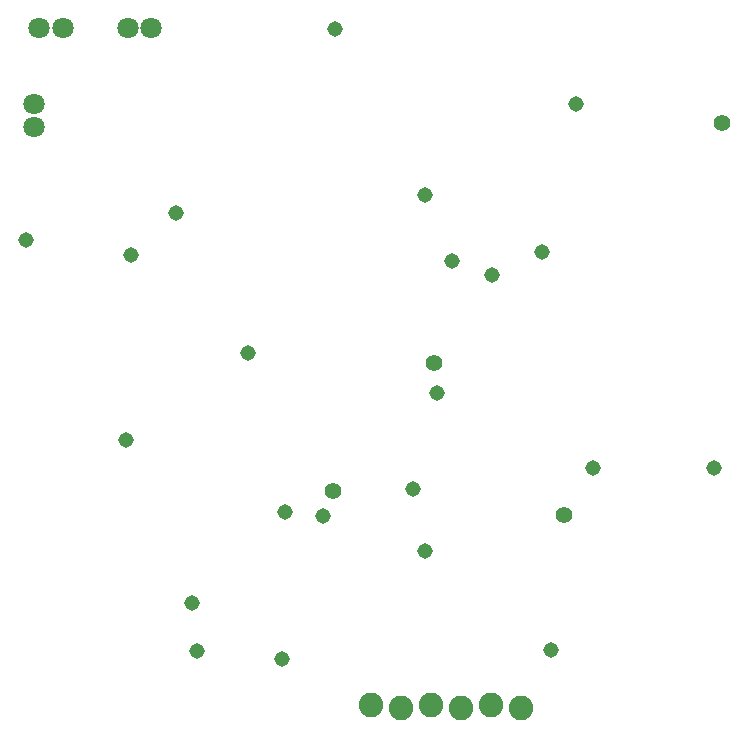
<source format=gbs>
G75*
%MOIN*%
%OFA0B0*%
%FSLAX25Y25*%
%IPPOS*%
%LPD*%
%AMOC8*
5,1,8,0,0,1.08239X$1,22.5*
%
%ADD10C,0.07099*%
%ADD11C,0.08200*%
%ADD12C,0.05556*%
%ADD13C,0.05162*%
D10*
X0114957Y0300185D03*
X0114957Y0308059D03*
X0116685Y0333287D03*
X0124559Y0333287D03*
X0146185Y0333287D03*
X0154059Y0333287D03*
D11*
X0227122Y0107622D03*
X0237122Y0106622D03*
X0247122Y0107622D03*
X0257122Y0106622D03*
X0267122Y0107622D03*
X0277122Y0106622D03*
D12*
X0291622Y0171122D03*
X0248122Y0221622D03*
X0214622Y0179122D03*
X0344122Y0301622D03*
D13*
X0167622Y0141622D03*
X0169122Y0125622D03*
X0197622Y0123122D03*
X0245122Y0159122D03*
X0241122Y0179622D03*
X0211122Y0170622D03*
X0198622Y0172122D03*
X0145622Y0196122D03*
X0186122Y0225122D03*
X0147122Y0257622D03*
X0162122Y0271622D03*
X0112122Y0262622D03*
X0215122Y0333122D03*
X0245122Y0277622D03*
X0254122Y0255622D03*
X0267622Y0251122D03*
X0284122Y0258622D03*
X0295622Y0308122D03*
X0249122Y0211622D03*
X0301122Y0186622D03*
X0341622Y0186622D03*
X0287122Y0126122D03*
M02*

</source>
